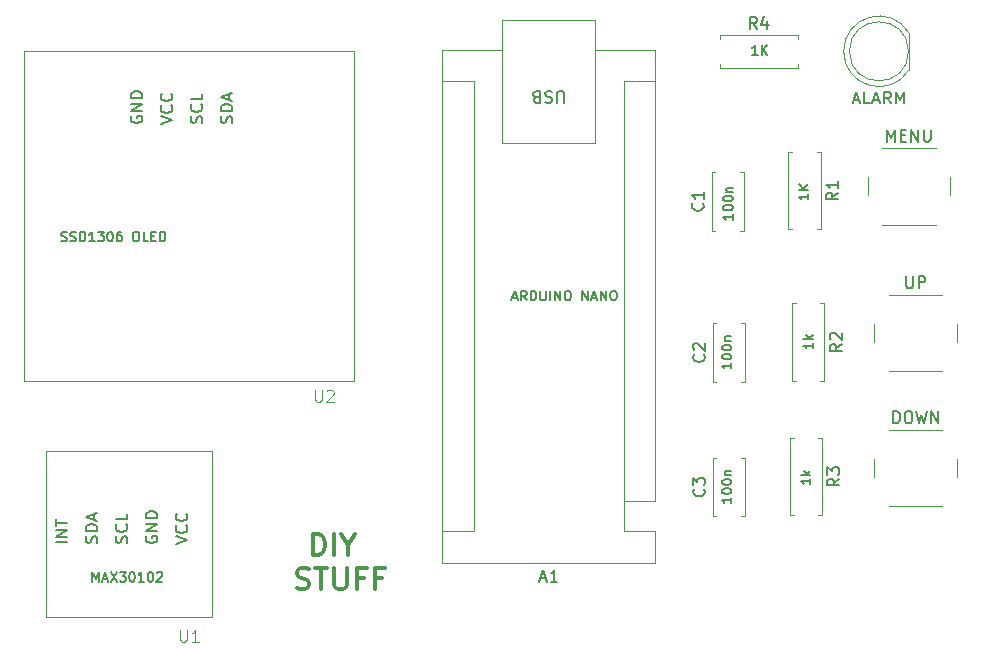
<source format=gto>
G04 #@! TF.GenerationSoftware,KiCad,Pcbnew,8.0.6*
G04 #@! TF.CreationDate,2025-01-20T10:34:49+07:00*
G04 #@! TF.ProjectId,test_1,74657374-5f31-42e6-9b69-6361645f7063,rev?*
G04 #@! TF.SameCoordinates,Original*
G04 #@! TF.FileFunction,Legend,Top*
G04 #@! TF.FilePolarity,Positive*
%FSLAX46Y46*%
G04 Gerber Fmt 4.6, Leading zero omitted, Abs format (unit mm)*
G04 Created by KiCad (PCBNEW 8.0.6) date 2025-01-20 10:34:49*
%MOMM*%
%LPD*%
G01*
G04 APERTURE LIST*
%ADD10C,0.300000*%
%ADD11C,0.152400*%
%ADD12C,0.150000*%
%ADD13C,0.100000*%
%ADD14C,0.120000*%
%ADD15C,2.000000*%
%ADD16C,1.600000*%
%ADD17O,1.600000X1.600000*%
%ADD18R,1.800000X1.800000*%
%ADD19C,1.800000*%
%ADD20R,1.600000X1.600000*%
%ADD21R,1.524000X1.524000*%
%ADD22C,1.524000*%
G04 APERTURE END LIST*
D10*
X100642857Y-131566215D02*
X100642857Y-129766215D01*
X100642857Y-129766215D02*
X101071428Y-129766215D01*
X101071428Y-129766215D02*
X101328571Y-129851929D01*
X101328571Y-129851929D02*
X101500000Y-130023358D01*
X101500000Y-130023358D02*
X101585714Y-130194786D01*
X101585714Y-130194786D02*
X101671428Y-130537643D01*
X101671428Y-130537643D02*
X101671428Y-130794786D01*
X101671428Y-130794786D02*
X101585714Y-131137643D01*
X101585714Y-131137643D02*
X101500000Y-131309072D01*
X101500000Y-131309072D02*
X101328571Y-131480501D01*
X101328571Y-131480501D02*
X101071428Y-131566215D01*
X101071428Y-131566215D02*
X100642857Y-131566215D01*
X102442857Y-131566215D02*
X102442857Y-129766215D01*
X103642857Y-130709072D02*
X103642857Y-131566215D01*
X103042857Y-129766215D02*
X103642857Y-130709072D01*
X103642857Y-130709072D02*
X104242857Y-129766215D01*
X99314286Y-134378400D02*
X99571429Y-134464114D01*
X99571429Y-134464114D02*
X100000000Y-134464114D01*
X100000000Y-134464114D02*
X100171429Y-134378400D01*
X100171429Y-134378400D02*
X100257143Y-134292685D01*
X100257143Y-134292685D02*
X100342857Y-134121257D01*
X100342857Y-134121257D02*
X100342857Y-133949828D01*
X100342857Y-133949828D02*
X100257143Y-133778400D01*
X100257143Y-133778400D02*
X100171429Y-133692685D01*
X100171429Y-133692685D02*
X100000000Y-133606971D01*
X100000000Y-133606971D02*
X99657143Y-133521257D01*
X99657143Y-133521257D02*
X99485714Y-133435542D01*
X99485714Y-133435542D02*
X99400000Y-133349828D01*
X99400000Y-133349828D02*
X99314286Y-133178400D01*
X99314286Y-133178400D02*
X99314286Y-133006971D01*
X99314286Y-133006971D02*
X99400000Y-132835542D01*
X99400000Y-132835542D02*
X99485714Y-132749828D01*
X99485714Y-132749828D02*
X99657143Y-132664114D01*
X99657143Y-132664114D02*
X100085714Y-132664114D01*
X100085714Y-132664114D02*
X100342857Y-132749828D01*
X100857143Y-132664114D02*
X101885715Y-132664114D01*
X101371429Y-134464114D02*
X101371429Y-132664114D01*
X102485715Y-132664114D02*
X102485715Y-134121257D01*
X102485715Y-134121257D02*
X102571429Y-134292685D01*
X102571429Y-134292685D02*
X102657144Y-134378400D01*
X102657144Y-134378400D02*
X102828572Y-134464114D01*
X102828572Y-134464114D02*
X103171429Y-134464114D01*
X103171429Y-134464114D02*
X103342858Y-134378400D01*
X103342858Y-134378400D02*
X103428572Y-134292685D01*
X103428572Y-134292685D02*
X103514286Y-134121257D01*
X103514286Y-134121257D02*
X103514286Y-132664114D01*
X104971429Y-133521257D02*
X104371429Y-133521257D01*
X104371429Y-134464114D02*
X104371429Y-132664114D01*
X104371429Y-132664114D02*
X105228572Y-132664114D01*
X106514286Y-133521257D02*
X105914286Y-133521257D01*
X105914286Y-134464114D02*
X105914286Y-132664114D01*
X105914286Y-132664114D02*
X106771429Y-132664114D01*
D11*
X136092603Y-126680460D02*
X136092603Y-127144917D01*
X136092603Y-126912689D02*
X135279803Y-126912689D01*
X135279803Y-126912689D02*
X135395918Y-126990098D01*
X135395918Y-126990098D02*
X135473327Y-127067508D01*
X135473327Y-127067508D02*
X135512032Y-127144917D01*
X135279803Y-126177299D02*
X135279803Y-126099889D01*
X135279803Y-126099889D02*
X135318508Y-126022480D01*
X135318508Y-126022480D02*
X135357213Y-125983775D01*
X135357213Y-125983775D02*
X135434622Y-125945070D01*
X135434622Y-125945070D02*
X135589441Y-125906365D01*
X135589441Y-125906365D02*
X135782965Y-125906365D01*
X135782965Y-125906365D02*
X135937784Y-125945070D01*
X135937784Y-125945070D02*
X136015194Y-125983775D01*
X136015194Y-125983775D02*
X136053899Y-126022480D01*
X136053899Y-126022480D02*
X136092603Y-126099889D01*
X136092603Y-126099889D02*
X136092603Y-126177299D01*
X136092603Y-126177299D02*
X136053899Y-126254708D01*
X136053899Y-126254708D02*
X136015194Y-126293413D01*
X136015194Y-126293413D02*
X135937784Y-126332118D01*
X135937784Y-126332118D02*
X135782965Y-126370822D01*
X135782965Y-126370822D02*
X135589441Y-126370822D01*
X135589441Y-126370822D02*
X135434622Y-126332118D01*
X135434622Y-126332118D02*
X135357213Y-126293413D01*
X135357213Y-126293413D02*
X135318508Y-126254708D01*
X135318508Y-126254708D02*
X135279803Y-126177299D01*
X135279803Y-125403204D02*
X135279803Y-125325794D01*
X135279803Y-125325794D02*
X135318508Y-125248385D01*
X135318508Y-125248385D02*
X135357213Y-125209680D01*
X135357213Y-125209680D02*
X135434622Y-125170975D01*
X135434622Y-125170975D02*
X135589441Y-125132270D01*
X135589441Y-125132270D02*
X135782965Y-125132270D01*
X135782965Y-125132270D02*
X135937784Y-125170975D01*
X135937784Y-125170975D02*
X136015194Y-125209680D01*
X136015194Y-125209680D02*
X136053899Y-125248385D01*
X136053899Y-125248385D02*
X136092603Y-125325794D01*
X136092603Y-125325794D02*
X136092603Y-125403204D01*
X136092603Y-125403204D02*
X136053899Y-125480613D01*
X136053899Y-125480613D02*
X136015194Y-125519318D01*
X136015194Y-125519318D02*
X135937784Y-125558023D01*
X135937784Y-125558023D02*
X135782965Y-125596727D01*
X135782965Y-125596727D02*
X135589441Y-125596727D01*
X135589441Y-125596727D02*
X135434622Y-125558023D01*
X135434622Y-125558023D02*
X135357213Y-125519318D01*
X135357213Y-125519318D02*
X135318508Y-125480613D01*
X135318508Y-125480613D02*
X135279803Y-125403204D01*
X135550737Y-124783928D02*
X136092603Y-124783928D01*
X135628146Y-124783928D02*
X135589441Y-124745223D01*
X135589441Y-124745223D02*
X135550737Y-124667813D01*
X135550737Y-124667813D02*
X135550737Y-124551699D01*
X135550737Y-124551699D02*
X135589441Y-124474290D01*
X135589441Y-124474290D02*
X135666851Y-124435585D01*
X135666851Y-124435585D02*
X136092603Y-124435585D01*
X142792603Y-125080460D02*
X142792603Y-125544917D01*
X142792603Y-125312689D02*
X141979803Y-125312689D01*
X141979803Y-125312689D02*
X142095918Y-125390098D01*
X142095918Y-125390098D02*
X142173327Y-125467508D01*
X142173327Y-125467508D02*
X142212032Y-125544917D01*
X142792603Y-124732118D02*
X141979803Y-124732118D01*
X142482965Y-124654708D02*
X142792603Y-124422480D01*
X142250737Y-124422480D02*
X142560375Y-124732118D01*
X136092603Y-115280460D02*
X136092603Y-115744917D01*
X136092603Y-115512689D02*
X135279803Y-115512689D01*
X135279803Y-115512689D02*
X135395918Y-115590098D01*
X135395918Y-115590098D02*
X135473327Y-115667508D01*
X135473327Y-115667508D02*
X135512032Y-115744917D01*
X135279803Y-114777299D02*
X135279803Y-114699889D01*
X135279803Y-114699889D02*
X135318508Y-114622480D01*
X135318508Y-114622480D02*
X135357213Y-114583775D01*
X135357213Y-114583775D02*
X135434622Y-114545070D01*
X135434622Y-114545070D02*
X135589441Y-114506365D01*
X135589441Y-114506365D02*
X135782965Y-114506365D01*
X135782965Y-114506365D02*
X135937784Y-114545070D01*
X135937784Y-114545070D02*
X136015194Y-114583775D01*
X136015194Y-114583775D02*
X136053899Y-114622480D01*
X136053899Y-114622480D02*
X136092603Y-114699889D01*
X136092603Y-114699889D02*
X136092603Y-114777299D01*
X136092603Y-114777299D02*
X136053899Y-114854708D01*
X136053899Y-114854708D02*
X136015194Y-114893413D01*
X136015194Y-114893413D02*
X135937784Y-114932118D01*
X135937784Y-114932118D02*
X135782965Y-114970822D01*
X135782965Y-114970822D02*
X135589441Y-114970822D01*
X135589441Y-114970822D02*
X135434622Y-114932118D01*
X135434622Y-114932118D02*
X135357213Y-114893413D01*
X135357213Y-114893413D02*
X135318508Y-114854708D01*
X135318508Y-114854708D02*
X135279803Y-114777299D01*
X135279803Y-114003204D02*
X135279803Y-113925794D01*
X135279803Y-113925794D02*
X135318508Y-113848385D01*
X135318508Y-113848385D02*
X135357213Y-113809680D01*
X135357213Y-113809680D02*
X135434622Y-113770975D01*
X135434622Y-113770975D02*
X135589441Y-113732270D01*
X135589441Y-113732270D02*
X135782965Y-113732270D01*
X135782965Y-113732270D02*
X135937784Y-113770975D01*
X135937784Y-113770975D02*
X136015194Y-113809680D01*
X136015194Y-113809680D02*
X136053899Y-113848385D01*
X136053899Y-113848385D02*
X136092603Y-113925794D01*
X136092603Y-113925794D02*
X136092603Y-114003204D01*
X136092603Y-114003204D02*
X136053899Y-114080613D01*
X136053899Y-114080613D02*
X136015194Y-114119318D01*
X136015194Y-114119318D02*
X135937784Y-114158023D01*
X135937784Y-114158023D02*
X135782965Y-114196727D01*
X135782965Y-114196727D02*
X135589441Y-114196727D01*
X135589441Y-114196727D02*
X135434622Y-114158023D01*
X135434622Y-114158023D02*
X135357213Y-114119318D01*
X135357213Y-114119318D02*
X135318508Y-114080613D01*
X135318508Y-114080613D02*
X135279803Y-114003204D01*
X135550737Y-113383928D02*
X136092603Y-113383928D01*
X135628146Y-113383928D02*
X135589441Y-113345223D01*
X135589441Y-113345223D02*
X135550737Y-113267813D01*
X135550737Y-113267813D02*
X135550737Y-113151699D01*
X135550737Y-113151699D02*
X135589441Y-113074290D01*
X135589441Y-113074290D02*
X135666851Y-113035585D01*
X135666851Y-113035585D02*
X136092603Y-113035585D01*
X142992603Y-113580460D02*
X142992603Y-114044917D01*
X142992603Y-113812689D02*
X142179803Y-113812689D01*
X142179803Y-113812689D02*
X142295918Y-113890098D01*
X142295918Y-113890098D02*
X142373327Y-113967508D01*
X142373327Y-113967508D02*
X142412032Y-114044917D01*
X142992603Y-113232118D02*
X142179803Y-113232118D01*
X142682965Y-113154708D02*
X142992603Y-112922480D01*
X142450737Y-112922480D02*
X142760375Y-113232118D01*
X142592603Y-100980460D02*
X142592603Y-101444917D01*
X142592603Y-101212689D02*
X141779803Y-101212689D01*
X141779803Y-101212689D02*
X141895918Y-101290098D01*
X141895918Y-101290098D02*
X141973327Y-101367508D01*
X141973327Y-101367508D02*
X142012032Y-101444917D01*
X142592603Y-100632118D02*
X141779803Y-100632118D01*
X142592603Y-100167661D02*
X142128146Y-100516003D01*
X141779803Y-100167661D02*
X142244260Y-100632118D01*
X136192603Y-102680460D02*
X136192603Y-103144917D01*
X136192603Y-102912689D02*
X135379803Y-102912689D01*
X135379803Y-102912689D02*
X135495918Y-102990098D01*
X135495918Y-102990098D02*
X135573327Y-103067508D01*
X135573327Y-103067508D02*
X135612032Y-103144917D01*
X135379803Y-102177299D02*
X135379803Y-102099889D01*
X135379803Y-102099889D02*
X135418508Y-102022480D01*
X135418508Y-102022480D02*
X135457213Y-101983775D01*
X135457213Y-101983775D02*
X135534622Y-101945070D01*
X135534622Y-101945070D02*
X135689441Y-101906365D01*
X135689441Y-101906365D02*
X135882965Y-101906365D01*
X135882965Y-101906365D02*
X136037784Y-101945070D01*
X136037784Y-101945070D02*
X136115194Y-101983775D01*
X136115194Y-101983775D02*
X136153899Y-102022480D01*
X136153899Y-102022480D02*
X136192603Y-102099889D01*
X136192603Y-102099889D02*
X136192603Y-102177299D01*
X136192603Y-102177299D02*
X136153899Y-102254708D01*
X136153899Y-102254708D02*
X136115194Y-102293413D01*
X136115194Y-102293413D02*
X136037784Y-102332118D01*
X136037784Y-102332118D02*
X135882965Y-102370822D01*
X135882965Y-102370822D02*
X135689441Y-102370822D01*
X135689441Y-102370822D02*
X135534622Y-102332118D01*
X135534622Y-102332118D02*
X135457213Y-102293413D01*
X135457213Y-102293413D02*
X135418508Y-102254708D01*
X135418508Y-102254708D02*
X135379803Y-102177299D01*
X135379803Y-101403204D02*
X135379803Y-101325794D01*
X135379803Y-101325794D02*
X135418508Y-101248385D01*
X135418508Y-101248385D02*
X135457213Y-101209680D01*
X135457213Y-101209680D02*
X135534622Y-101170975D01*
X135534622Y-101170975D02*
X135689441Y-101132270D01*
X135689441Y-101132270D02*
X135882965Y-101132270D01*
X135882965Y-101132270D02*
X136037784Y-101170975D01*
X136037784Y-101170975D02*
X136115194Y-101209680D01*
X136115194Y-101209680D02*
X136153899Y-101248385D01*
X136153899Y-101248385D02*
X136192603Y-101325794D01*
X136192603Y-101325794D02*
X136192603Y-101403204D01*
X136192603Y-101403204D02*
X136153899Y-101480613D01*
X136153899Y-101480613D02*
X136115194Y-101519318D01*
X136115194Y-101519318D02*
X136037784Y-101558023D01*
X136037784Y-101558023D02*
X135882965Y-101596727D01*
X135882965Y-101596727D02*
X135689441Y-101596727D01*
X135689441Y-101596727D02*
X135534622Y-101558023D01*
X135534622Y-101558023D02*
X135457213Y-101519318D01*
X135457213Y-101519318D02*
X135418508Y-101480613D01*
X135418508Y-101480613D02*
X135379803Y-101403204D01*
X135650737Y-100783928D02*
X136192603Y-100783928D01*
X135728146Y-100783928D02*
X135689441Y-100745223D01*
X135689441Y-100745223D02*
X135650737Y-100667813D01*
X135650737Y-100667813D02*
X135650737Y-100551699D01*
X135650737Y-100551699D02*
X135689441Y-100474290D01*
X135689441Y-100474290D02*
X135766851Y-100435585D01*
X135766851Y-100435585D02*
X136192603Y-100435585D01*
X138319539Y-89192603D02*
X137855082Y-89192603D01*
X138087310Y-89192603D02*
X138087310Y-88379803D01*
X138087310Y-88379803D02*
X138009901Y-88495918D01*
X138009901Y-88495918D02*
X137932491Y-88573327D01*
X137932491Y-88573327D02*
X137855082Y-88612032D01*
X138667881Y-89192603D02*
X138667881Y-88379803D01*
X139132338Y-89192603D02*
X138783996Y-88728146D01*
X139132338Y-88379803D02*
X138667881Y-88844260D01*
X81993786Y-133792603D02*
X81993786Y-132979803D01*
X81993786Y-132979803D02*
X82264720Y-133560375D01*
X82264720Y-133560375D02*
X82535653Y-132979803D01*
X82535653Y-132979803D02*
X82535653Y-133792603D01*
X82883996Y-133560375D02*
X83271043Y-133560375D01*
X82806586Y-133792603D02*
X83077519Y-132979803D01*
X83077519Y-132979803D02*
X83348453Y-133792603D01*
X83541977Y-132979803D02*
X84083843Y-133792603D01*
X84083843Y-132979803D02*
X83541977Y-133792603D01*
X84316072Y-132979803D02*
X84819234Y-132979803D01*
X84819234Y-132979803D02*
X84548300Y-133289441D01*
X84548300Y-133289441D02*
X84664415Y-133289441D01*
X84664415Y-133289441D02*
X84741824Y-133328146D01*
X84741824Y-133328146D02*
X84780529Y-133366851D01*
X84780529Y-133366851D02*
X84819234Y-133444260D01*
X84819234Y-133444260D02*
X84819234Y-133637784D01*
X84819234Y-133637784D02*
X84780529Y-133715194D01*
X84780529Y-133715194D02*
X84741824Y-133753899D01*
X84741824Y-133753899D02*
X84664415Y-133792603D01*
X84664415Y-133792603D02*
X84432186Y-133792603D01*
X84432186Y-133792603D02*
X84354777Y-133753899D01*
X84354777Y-133753899D02*
X84316072Y-133715194D01*
X85322395Y-132979803D02*
X85399805Y-132979803D01*
X85399805Y-132979803D02*
X85477214Y-133018508D01*
X85477214Y-133018508D02*
X85515919Y-133057213D01*
X85515919Y-133057213D02*
X85554624Y-133134622D01*
X85554624Y-133134622D02*
X85593329Y-133289441D01*
X85593329Y-133289441D02*
X85593329Y-133482965D01*
X85593329Y-133482965D02*
X85554624Y-133637784D01*
X85554624Y-133637784D02*
X85515919Y-133715194D01*
X85515919Y-133715194D02*
X85477214Y-133753899D01*
X85477214Y-133753899D02*
X85399805Y-133792603D01*
X85399805Y-133792603D02*
X85322395Y-133792603D01*
X85322395Y-133792603D02*
X85244986Y-133753899D01*
X85244986Y-133753899D02*
X85206281Y-133715194D01*
X85206281Y-133715194D02*
X85167576Y-133637784D01*
X85167576Y-133637784D02*
X85128872Y-133482965D01*
X85128872Y-133482965D02*
X85128872Y-133289441D01*
X85128872Y-133289441D02*
X85167576Y-133134622D01*
X85167576Y-133134622D02*
X85206281Y-133057213D01*
X85206281Y-133057213D02*
X85244986Y-133018508D01*
X85244986Y-133018508D02*
X85322395Y-132979803D01*
X86367424Y-133792603D02*
X85902967Y-133792603D01*
X86135195Y-133792603D02*
X86135195Y-132979803D01*
X86135195Y-132979803D02*
X86057786Y-133095918D01*
X86057786Y-133095918D02*
X85980376Y-133173327D01*
X85980376Y-133173327D02*
X85902967Y-133212032D01*
X86870585Y-132979803D02*
X86947995Y-132979803D01*
X86947995Y-132979803D02*
X87025404Y-133018508D01*
X87025404Y-133018508D02*
X87064109Y-133057213D01*
X87064109Y-133057213D02*
X87102814Y-133134622D01*
X87102814Y-133134622D02*
X87141519Y-133289441D01*
X87141519Y-133289441D02*
X87141519Y-133482965D01*
X87141519Y-133482965D02*
X87102814Y-133637784D01*
X87102814Y-133637784D02*
X87064109Y-133715194D01*
X87064109Y-133715194D02*
X87025404Y-133753899D01*
X87025404Y-133753899D02*
X86947995Y-133792603D01*
X86947995Y-133792603D02*
X86870585Y-133792603D01*
X86870585Y-133792603D02*
X86793176Y-133753899D01*
X86793176Y-133753899D02*
X86754471Y-133715194D01*
X86754471Y-133715194D02*
X86715766Y-133637784D01*
X86715766Y-133637784D02*
X86677062Y-133482965D01*
X86677062Y-133482965D02*
X86677062Y-133289441D01*
X86677062Y-133289441D02*
X86715766Y-133134622D01*
X86715766Y-133134622D02*
X86754471Y-133057213D01*
X86754471Y-133057213D02*
X86793176Y-133018508D01*
X86793176Y-133018508D02*
X86870585Y-132979803D01*
X87451157Y-133057213D02*
X87489861Y-133018508D01*
X87489861Y-133018508D02*
X87567271Y-132979803D01*
X87567271Y-132979803D02*
X87760795Y-132979803D01*
X87760795Y-132979803D02*
X87838204Y-133018508D01*
X87838204Y-133018508D02*
X87876909Y-133057213D01*
X87876909Y-133057213D02*
X87915614Y-133134622D01*
X87915614Y-133134622D02*
X87915614Y-133212032D01*
X87915614Y-133212032D02*
X87876909Y-133328146D01*
X87876909Y-133328146D02*
X87412452Y-133792603D01*
X87412452Y-133792603D02*
X87915614Y-133792603D01*
X79355082Y-104953899D02*
X79471196Y-104992603D01*
X79471196Y-104992603D02*
X79664720Y-104992603D01*
X79664720Y-104992603D02*
X79742129Y-104953899D01*
X79742129Y-104953899D02*
X79780834Y-104915194D01*
X79780834Y-104915194D02*
X79819539Y-104837784D01*
X79819539Y-104837784D02*
X79819539Y-104760375D01*
X79819539Y-104760375D02*
X79780834Y-104682965D01*
X79780834Y-104682965D02*
X79742129Y-104644260D01*
X79742129Y-104644260D02*
X79664720Y-104605556D01*
X79664720Y-104605556D02*
X79509901Y-104566851D01*
X79509901Y-104566851D02*
X79432491Y-104528146D01*
X79432491Y-104528146D02*
X79393786Y-104489441D01*
X79393786Y-104489441D02*
X79355082Y-104412032D01*
X79355082Y-104412032D02*
X79355082Y-104334622D01*
X79355082Y-104334622D02*
X79393786Y-104257213D01*
X79393786Y-104257213D02*
X79432491Y-104218508D01*
X79432491Y-104218508D02*
X79509901Y-104179803D01*
X79509901Y-104179803D02*
X79703424Y-104179803D01*
X79703424Y-104179803D02*
X79819539Y-104218508D01*
X80129177Y-104953899D02*
X80245291Y-104992603D01*
X80245291Y-104992603D02*
X80438815Y-104992603D01*
X80438815Y-104992603D02*
X80516224Y-104953899D01*
X80516224Y-104953899D02*
X80554929Y-104915194D01*
X80554929Y-104915194D02*
X80593634Y-104837784D01*
X80593634Y-104837784D02*
X80593634Y-104760375D01*
X80593634Y-104760375D02*
X80554929Y-104682965D01*
X80554929Y-104682965D02*
X80516224Y-104644260D01*
X80516224Y-104644260D02*
X80438815Y-104605556D01*
X80438815Y-104605556D02*
X80283996Y-104566851D01*
X80283996Y-104566851D02*
X80206586Y-104528146D01*
X80206586Y-104528146D02*
X80167881Y-104489441D01*
X80167881Y-104489441D02*
X80129177Y-104412032D01*
X80129177Y-104412032D02*
X80129177Y-104334622D01*
X80129177Y-104334622D02*
X80167881Y-104257213D01*
X80167881Y-104257213D02*
X80206586Y-104218508D01*
X80206586Y-104218508D02*
X80283996Y-104179803D01*
X80283996Y-104179803D02*
X80477519Y-104179803D01*
X80477519Y-104179803D02*
X80593634Y-104218508D01*
X80941976Y-104992603D02*
X80941976Y-104179803D01*
X80941976Y-104179803D02*
X81135500Y-104179803D01*
X81135500Y-104179803D02*
X81251614Y-104218508D01*
X81251614Y-104218508D02*
X81329024Y-104295918D01*
X81329024Y-104295918D02*
X81367729Y-104373327D01*
X81367729Y-104373327D02*
X81406433Y-104528146D01*
X81406433Y-104528146D02*
X81406433Y-104644260D01*
X81406433Y-104644260D02*
X81367729Y-104799079D01*
X81367729Y-104799079D02*
X81329024Y-104876489D01*
X81329024Y-104876489D02*
X81251614Y-104953899D01*
X81251614Y-104953899D02*
X81135500Y-104992603D01*
X81135500Y-104992603D02*
X80941976Y-104992603D01*
X82180529Y-104992603D02*
X81716072Y-104992603D01*
X81948300Y-104992603D02*
X81948300Y-104179803D01*
X81948300Y-104179803D02*
X81870891Y-104295918D01*
X81870891Y-104295918D02*
X81793481Y-104373327D01*
X81793481Y-104373327D02*
X81716072Y-104412032D01*
X82451462Y-104179803D02*
X82954624Y-104179803D01*
X82954624Y-104179803D02*
X82683690Y-104489441D01*
X82683690Y-104489441D02*
X82799805Y-104489441D01*
X82799805Y-104489441D02*
X82877214Y-104528146D01*
X82877214Y-104528146D02*
X82915919Y-104566851D01*
X82915919Y-104566851D02*
X82954624Y-104644260D01*
X82954624Y-104644260D02*
X82954624Y-104837784D01*
X82954624Y-104837784D02*
X82915919Y-104915194D01*
X82915919Y-104915194D02*
X82877214Y-104953899D01*
X82877214Y-104953899D02*
X82799805Y-104992603D01*
X82799805Y-104992603D02*
X82567576Y-104992603D01*
X82567576Y-104992603D02*
X82490167Y-104953899D01*
X82490167Y-104953899D02*
X82451462Y-104915194D01*
X83457785Y-104179803D02*
X83535195Y-104179803D01*
X83535195Y-104179803D02*
X83612604Y-104218508D01*
X83612604Y-104218508D02*
X83651309Y-104257213D01*
X83651309Y-104257213D02*
X83690014Y-104334622D01*
X83690014Y-104334622D02*
X83728719Y-104489441D01*
X83728719Y-104489441D02*
X83728719Y-104682965D01*
X83728719Y-104682965D02*
X83690014Y-104837784D01*
X83690014Y-104837784D02*
X83651309Y-104915194D01*
X83651309Y-104915194D02*
X83612604Y-104953899D01*
X83612604Y-104953899D02*
X83535195Y-104992603D01*
X83535195Y-104992603D02*
X83457785Y-104992603D01*
X83457785Y-104992603D02*
X83380376Y-104953899D01*
X83380376Y-104953899D02*
X83341671Y-104915194D01*
X83341671Y-104915194D02*
X83302966Y-104837784D01*
X83302966Y-104837784D02*
X83264262Y-104682965D01*
X83264262Y-104682965D02*
X83264262Y-104489441D01*
X83264262Y-104489441D02*
X83302966Y-104334622D01*
X83302966Y-104334622D02*
X83341671Y-104257213D01*
X83341671Y-104257213D02*
X83380376Y-104218508D01*
X83380376Y-104218508D02*
X83457785Y-104179803D01*
X84425404Y-104179803D02*
X84270585Y-104179803D01*
X84270585Y-104179803D02*
X84193176Y-104218508D01*
X84193176Y-104218508D02*
X84154471Y-104257213D01*
X84154471Y-104257213D02*
X84077061Y-104373327D01*
X84077061Y-104373327D02*
X84038357Y-104528146D01*
X84038357Y-104528146D02*
X84038357Y-104837784D01*
X84038357Y-104837784D02*
X84077061Y-104915194D01*
X84077061Y-104915194D02*
X84115766Y-104953899D01*
X84115766Y-104953899D02*
X84193176Y-104992603D01*
X84193176Y-104992603D02*
X84347995Y-104992603D01*
X84347995Y-104992603D02*
X84425404Y-104953899D01*
X84425404Y-104953899D02*
X84464109Y-104915194D01*
X84464109Y-104915194D02*
X84502814Y-104837784D01*
X84502814Y-104837784D02*
X84502814Y-104644260D01*
X84502814Y-104644260D02*
X84464109Y-104566851D01*
X84464109Y-104566851D02*
X84425404Y-104528146D01*
X84425404Y-104528146D02*
X84347995Y-104489441D01*
X84347995Y-104489441D02*
X84193176Y-104489441D01*
X84193176Y-104489441D02*
X84115766Y-104528146D01*
X84115766Y-104528146D02*
X84077061Y-104566851D01*
X84077061Y-104566851D02*
X84038357Y-104644260D01*
X85625251Y-104179803D02*
X85780070Y-104179803D01*
X85780070Y-104179803D02*
X85857480Y-104218508D01*
X85857480Y-104218508D02*
X85934889Y-104295918D01*
X85934889Y-104295918D02*
X85973594Y-104450737D01*
X85973594Y-104450737D02*
X85973594Y-104721670D01*
X85973594Y-104721670D02*
X85934889Y-104876489D01*
X85934889Y-104876489D02*
X85857480Y-104953899D01*
X85857480Y-104953899D02*
X85780070Y-104992603D01*
X85780070Y-104992603D02*
X85625251Y-104992603D01*
X85625251Y-104992603D02*
X85547842Y-104953899D01*
X85547842Y-104953899D02*
X85470432Y-104876489D01*
X85470432Y-104876489D02*
X85431728Y-104721670D01*
X85431728Y-104721670D02*
X85431728Y-104450737D01*
X85431728Y-104450737D02*
X85470432Y-104295918D01*
X85470432Y-104295918D02*
X85547842Y-104218508D01*
X85547842Y-104218508D02*
X85625251Y-104179803D01*
X86708985Y-104992603D02*
X86321937Y-104992603D01*
X86321937Y-104992603D02*
X86321937Y-104179803D01*
X86979918Y-104566851D02*
X87250852Y-104566851D01*
X87366966Y-104992603D02*
X86979918Y-104992603D01*
X86979918Y-104992603D02*
X86979918Y-104179803D01*
X86979918Y-104179803D02*
X87366966Y-104179803D01*
X87715308Y-104992603D02*
X87715308Y-104179803D01*
X87715308Y-104179803D02*
X87908832Y-104179803D01*
X87908832Y-104179803D02*
X88024946Y-104218508D01*
X88024946Y-104218508D02*
X88102356Y-104295918D01*
X88102356Y-104295918D02*
X88141061Y-104373327D01*
X88141061Y-104373327D02*
X88179765Y-104528146D01*
X88179765Y-104528146D02*
X88179765Y-104644260D01*
X88179765Y-104644260D02*
X88141061Y-104799079D01*
X88141061Y-104799079D02*
X88102356Y-104876489D01*
X88102356Y-104876489D02*
X88024946Y-104953899D01*
X88024946Y-104953899D02*
X87908832Y-104992603D01*
X87908832Y-104992603D02*
X87715308Y-104992603D01*
X117555082Y-109760375D02*
X117942129Y-109760375D01*
X117477672Y-109992603D02*
X117748605Y-109179803D01*
X117748605Y-109179803D02*
X118019539Y-109992603D01*
X118754929Y-109992603D02*
X118483996Y-109605556D01*
X118290472Y-109992603D02*
X118290472Y-109179803D01*
X118290472Y-109179803D02*
X118600110Y-109179803D01*
X118600110Y-109179803D02*
X118677520Y-109218508D01*
X118677520Y-109218508D02*
X118716225Y-109257213D01*
X118716225Y-109257213D02*
X118754929Y-109334622D01*
X118754929Y-109334622D02*
X118754929Y-109450737D01*
X118754929Y-109450737D02*
X118716225Y-109528146D01*
X118716225Y-109528146D02*
X118677520Y-109566851D01*
X118677520Y-109566851D02*
X118600110Y-109605556D01*
X118600110Y-109605556D02*
X118290472Y-109605556D01*
X119103272Y-109992603D02*
X119103272Y-109179803D01*
X119103272Y-109179803D02*
X119296796Y-109179803D01*
X119296796Y-109179803D02*
X119412910Y-109218508D01*
X119412910Y-109218508D02*
X119490320Y-109295918D01*
X119490320Y-109295918D02*
X119529025Y-109373327D01*
X119529025Y-109373327D02*
X119567729Y-109528146D01*
X119567729Y-109528146D02*
X119567729Y-109644260D01*
X119567729Y-109644260D02*
X119529025Y-109799079D01*
X119529025Y-109799079D02*
X119490320Y-109876489D01*
X119490320Y-109876489D02*
X119412910Y-109953899D01*
X119412910Y-109953899D02*
X119296796Y-109992603D01*
X119296796Y-109992603D02*
X119103272Y-109992603D01*
X119916072Y-109179803D02*
X119916072Y-109837784D01*
X119916072Y-109837784D02*
X119954777Y-109915194D01*
X119954777Y-109915194D02*
X119993482Y-109953899D01*
X119993482Y-109953899D02*
X120070891Y-109992603D01*
X120070891Y-109992603D02*
X120225710Y-109992603D01*
X120225710Y-109992603D02*
X120303120Y-109953899D01*
X120303120Y-109953899D02*
X120341825Y-109915194D01*
X120341825Y-109915194D02*
X120380529Y-109837784D01*
X120380529Y-109837784D02*
X120380529Y-109179803D01*
X120767577Y-109992603D02*
X120767577Y-109179803D01*
X121154625Y-109992603D02*
X121154625Y-109179803D01*
X121154625Y-109179803D02*
X121619082Y-109992603D01*
X121619082Y-109992603D02*
X121619082Y-109179803D01*
X122160949Y-109179803D02*
X122315768Y-109179803D01*
X122315768Y-109179803D02*
X122393178Y-109218508D01*
X122393178Y-109218508D02*
X122470587Y-109295918D01*
X122470587Y-109295918D02*
X122509292Y-109450737D01*
X122509292Y-109450737D02*
X122509292Y-109721670D01*
X122509292Y-109721670D02*
X122470587Y-109876489D01*
X122470587Y-109876489D02*
X122393178Y-109953899D01*
X122393178Y-109953899D02*
X122315768Y-109992603D01*
X122315768Y-109992603D02*
X122160949Y-109992603D01*
X122160949Y-109992603D02*
X122083540Y-109953899D01*
X122083540Y-109953899D02*
X122006130Y-109876489D01*
X122006130Y-109876489D02*
X121967426Y-109721670D01*
X121967426Y-109721670D02*
X121967426Y-109450737D01*
X121967426Y-109450737D02*
X122006130Y-109295918D01*
X122006130Y-109295918D02*
X122083540Y-109218508D01*
X122083540Y-109218508D02*
X122160949Y-109179803D01*
X123476911Y-109992603D02*
X123476911Y-109179803D01*
X123476911Y-109179803D02*
X123941368Y-109992603D01*
X123941368Y-109992603D02*
X123941368Y-109179803D01*
X124289712Y-109760375D02*
X124676759Y-109760375D01*
X124212302Y-109992603D02*
X124483235Y-109179803D01*
X124483235Y-109179803D02*
X124754169Y-109992603D01*
X125025102Y-109992603D02*
X125025102Y-109179803D01*
X125025102Y-109179803D02*
X125489559Y-109992603D01*
X125489559Y-109992603D02*
X125489559Y-109179803D01*
X126031426Y-109179803D02*
X126186245Y-109179803D01*
X126186245Y-109179803D02*
X126263655Y-109218508D01*
X126263655Y-109218508D02*
X126341064Y-109295918D01*
X126341064Y-109295918D02*
X126379769Y-109450737D01*
X126379769Y-109450737D02*
X126379769Y-109721670D01*
X126379769Y-109721670D02*
X126341064Y-109876489D01*
X126341064Y-109876489D02*
X126263655Y-109953899D01*
X126263655Y-109953899D02*
X126186245Y-109992603D01*
X126186245Y-109992603D02*
X126031426Y-109992603D01*
X126031426Y-109992603D02*
X125954017Y-109953899D01*
X125954017Y-109953899D02*
X125876607Y-109876489D01*
X125876607Y-109876489D02*
X125837903Y-109721670D01*
X125837903Y-109721670D02*
X125837903Y-109450737D01*
X125837903Y-109450737D02*
X125876607Y-109295918D01*
X125876607Y-109295918D02*
X125954017Y-109218508D01*
X125954017Y-109218508D02*
X126031426Y-109179803D01*
D12*
X150904286Y-107944819D02*
X150904286Y-108754342D01*
X150904286Y-108754342D02*
X150951905Y-108849580D01*
X150951905Y-108849580D02*
X150999524Y-108897200D01*
X150999524Y-108897200D02*
X151094762Y-108944819D01*
X151094762Y-108944819D02*
X151285238Y-108944819D01*
X151285238Y-108944819D02*
X151380476Y-108897200D01*
X151380476Y-108897200D02*
X151428095Y-108849580D01*
X151428095Y-108849580D02*
X151475714Y-108754342D01*
X151475714Y-108754342D02*
X151475714Y-107944819D01*
X151951905Y-108944819D02*
X151951905Y-107944819D01*
X151951905Y-107944819D02*
X152332857Y-107944819D01*
X152332857Y-107944819D02*
X152428095Y-107992438D01*
X152428095Y-107992438D02*
X152475714Y-108040057D01*
X152475714Y-108040057D02*
X152523333Y-108135295D01*
X152523333Y-108135295D02*
X152523333Y-108278152D01*
X152523333Y-108278152D02*
X152475714Y-108373390D01*
X152475714Y-108373390D02*
X152428095Y-108421009D01*
X152428095Y-108421009D02*
X152332857Y-108468628D01*
X152332857Y-108468628D02*
X151951905Y-108468628D01*
X149296667Y-96534819D02*
X149296667Y-95534819D01*
X149296667Y-95534819D02*
X149630000Y-96249104D01*
X149630000Y-96249104D02*
X149963333Y-95534819D01*
X149963333Y-95534819D02*
X149963333Y-96534819D01*
X150439524Y-96011009D02*
X150772857Y-96011009D01*
X150915714Y-96534819D02*
X150439524Y-96534819D01*
X150439524Y-96534819D02*
X150439524Y-95534819D01*
X150439524Y-95534819D02*
X150915714Y-95534819D01*
X151344286Y-96534819D02*
X151344286Y-95534819D01*
X151344286Y-95534819D02*
X151915714Y-96534819D01*
X151915714Y-96534819D02*
X151915714Y-95534819D01*
X152391905Y-95534819D02*
X152391905Y-96344342D01*
X152391905Y-96344342D02*
X152439524Y-96439580D01*
X152439524Y-96439580D02*
X152487143Y-96487200D01*
X152487143Y-96487200D02*
X152582381Y-96534819D01*
X152582381Y-96534819D02*
X152772857Y-96534819D01*
X152772857Y-96534819D02*
X152868095Y-96487200D01*
X152868095Y-96487200D02*
X152915714Y-96439580D01*
X152915714Y-96439580D02*
X152963333Y-96344342D01*
X152963333Y-96344342D02*
X152963333Y-95534819D01*
X138263333Y-86984819D02*
X137930000Y-86508628D01*
X137691905Y-86984819D02*
X137691905Y-85984819D01*
X137691905Y-85984819D02*
X138072857Y-85984819D01*
X138072857Y-85984819D02*
X138168095Y-86032438D01*
X138168095Y-86032438D02*
X138215714Y-86080057D01*
X138215714Y-86080057D02*
X138263333Y-86175295D01*
X138263333Y-86175295D02*
X138263333Y-86318152D01*
X138263333Y-86318152D02*
X138215714Y-86413390D01*
X138215714Y-86413390D02*
X138168095Y-86461009D01*
X138168095Y-86461009D02*
X138072857Y-86508628D01*
X138072857Y-86508628D02*
X137691905Y-86508628D01*
X139120476Y-86318152D02*
X139120476Y-86984819D01*
X138882381Y-85937200D02*
X138644286Y-86651485D01*
X138644286Y-86651485D02*
X139263333Y-86651485D01*
X145424819Y-113676666D02*
X144948628Y-114009999D01*
X145424819Y-114248094D02*
X144424819Y-114248094D01*
X144424819Y-114248094D02*
X144424819Y-113867142D01*
X144424819Y-113867142D02*
X144472438Y-113771904D01*
X144472438Y-113771904D02*
X144520057Y-113724285D01*
X144520057Y-113724285D02*
X144615295Y-113676666D01*
X144615295Y-113676666D02*
X144758152Y-113676666D01*
X144758152Y-113676666D02*
X144853390Y-113724285D01*
X144853390Y-113724285D02*
X144901009Y-113771904D01*
X144901009Y-113771904D02*
X144948628Y-113867142D01*
X144948628Y-113867142D02*
X144948628Y-114248094D01*
X144520057Y-113295713D02*
X144472438Y-113248094D01*
X144472438Y-113248094D02*
X144424819Y-113152856D01*
X144424819Y-113152856D02*
X144424819Y-112914761D01*
X144424819Y-112914761D02*
X144472438Y-112819523D01*
X144472438Y-112819523D02*
X144520057Y-112771904D01*
X144520057Y-112771904D02*
X144615295Y-112724285D01*
X144615295Y-112724285D02*
X144710533Y-112724285D01*
X144710533Y-112724285D02*
X144853390Y-112771904D01*
X144853390Y-112771904D02*
X145424819Y-113343332D01*
X145424819Y-113343332D02*
X145424819Y-112724285D01*
X146447143Y-93029104D02*
X146923333Y-93029104D01*
X146351905Y-93314819D02*
X146685238Y-92314819D01*
X146685238Y-92314819D02*
X147018571Y-93314819D01*
X147828095Y-93314819D02*
X147351905Y-93314819D01*
X147351905Y-93314819D02*
X147351905Y-92314819D01*
X148113810Y-93029104D02*
X148590000Y-93029104D01*
X148018572Y-93314819D02*
X148351905Y-92314819D01*
X148351905Y-92314819D02*
X148685238Y-93314819D01*
X149590000Y-93314819D02*
X149256667Y-92838628D01*
X149018572Y-93314819D02*
X149018572Y-92314819D01*
X149018572Y-92314819D02*
X149399524Y-92314819D01*
X149399524Y-92314819D02*
X149494762Y-92362438D01*
X149494762Y-92362438D02*
X149542381Y-92410057D01*
X149542381Y-92410057D02*
X149590000Y-92505295D01*
X149590000Y-92505295D02*
X149590000Y-92648152D01*
X149590000Y-92648152D02*
X149542381Y-92743390D01*
X149542381Y-92743390D02*
X149494762Y-92791009D01*
X149494762Y-92791009D02*
X149399524Y-92838628D01*
X149399524Y-92838628D02*
X149018572Y-92838628D01*
X150018572Y-93314819D02*
X150018572Y-92314819D01*
X150018572Y-92314819D02*
X150351905Y-93029104D01*
X150351905Y-93029104D02*
X150685238Y-92314819D01*
X150685238Y-92314819D02*
X150685238Y-93314819D01*
X145224819Y-125076666D02*
X144748628Y-125409999D01*
X145224819Y-125648094D02*
X144224819Y-125648094D01*
X144224819Y-125648094D02*
X144224819Y-125267142D01*
X144224819Y-125267142D02*
X144272438Y-125171904D01*
X144272438Y-125171904D02*
X144320057Y-125124285D01*
X144320057Y-125124285D02*
X144415295Y-125076666D01*
X144415295Y-125076666D02*
X144558152Y-125076666D01*
X144558152Y-125076666D02*
X144653390Y-125124285D01*
X144653390Y-125124285D02*
X144701009Y-125171904D01*
X144701009Y-125171904D02*
X144748628Y-125267142D01*
X144748628Y-125267142D02*
X144748628Y-125648094D01*
X144224819Y-124743332D02*
X144224819Y-124124285D01*
X144224819Y-124124285D02*
X144605771Y-124457618D01*
X144605771Y-124457618D02*
X144605771Y-124314761D01*
X144605771Y-124314761D02*
X144653390Y-124219523D01*
X144653390Y-124219523D02*
X144701009Y-124171904D01*
X144701009Y-124171904D02*
X144796247Y-124124285D01*
X144796247Y-124124285D02*
X145034342Y-124124285D01*
X145034342Y-124124285D02*
X145129580Y-124171904D01*
X145129580Y-124171904D02*
X145177200Y-124219523D01*
X145177200Y-124219523D02*
X145224819Y-124314761D01*
X145224819Y-124314761D02*
X145224819Y-124600475D01*
X145224819Y-124600475D02*
X145177200Y-124695713D01*
X145177200Y-124695713D02*
X145129580Y-124743332D01*
X133749580Y-125966666D02*
X133797200Y-126014285D01*
X133797200Y-126014285D02*
X133844819Y-126157142D01*
X133844819Y-126157142D02*
X133844819Y-126252380D01*
X133844819Y-126252380D02*
X133797200Y-126395237D01*
X133797200Y-126395237D02*
X133701961Y-126490475D01*
X133701961Y-126490475D02*
X133606723Y-126538094D01*
X133606723Y-126538094D02*
X133416247Y-126585713D01*
X133416247Y-126585713D02*
X133273390Y-126585713D01*
X133273390Y-126585713D02*
X133082914Y-126538094D01*
X133082914Y-126538094D02*
X132987676Y-126490475D01*
X132987676Y-126490475D02*
X132892438Y-126395237D01*
X132892438Y-126395237D02*
X132844819Y-126252380D01*
X132844819Y-126252380D02*
X132844819Y-126157142D01*
X132844819Y-126157142D02*
X132892438Y-126014285D01*
X132892438Y-126014285D02*
X132940057Y-125966666D01*
X132844819Y-125633332D02*
X132844819Y-125014285D01*
X132844819Y-125014285D02*
X133225771Y-125347618D01*
X133225771Y-125347618D02*
X133225771Y-125204761D01*
X133225771Y-125204761D02*
X133273390Y-125109523D01*
X133273390Y-125109523D02*
X133321009Y-125061904D01*
X133321009Y-125061904D02*
X133416247Y-125014285D01*
X133416247Y-125014285D02*
X133654342Y-125014285D01*
X133654342Y-125014285D02*
X133749580Y-125061904D01*
X133749580Y-125061904D02*
X133797200Y-125109523D01*
X133797200Y-125109523D02*
X133844819Y-125204761D01*
X133844819Y-125204761D02*
X133844819Y-125490475D01*
X133844819Y-125490475D02*
X133797200Y-125585713D01*
X133797200Y-125585713D02*
X133749580Y-125633332D01*
X119935714Y-133519104D02*
X120411904Y-133519104D01*
X119840476Y-133804819D02*
X120173809Y-132804819D01*
X120173809Y-132804819D02*
X120507142Y-133804819D01*
X121364285Y-133804819D02*
X120792857Y-133804819D01*
X121078571Y-133804819D02*
X121078571Y-132804819D01*
X121078571Y-132804819D02*
X120983333Y-132947676D01*
X120983333Y-132947676D02*
X120888095Y-133042914D01*
X120888095Y-133042914D02*
X120792857Y-133090533D01*
X121911904Y-93255180D02*
X121911904Y-92445657D01*
X121911904Y-92445657D02*
X121864285Y-92350419D01*
X121864285Y-92350419D02*
X121816666Y-92302800D01*
X121816666Y-92302800D02*
X121721428Y-92255180D01*
X121721428Y-92255180D02*
X121530952Y-92255180D01*
X121530952Y-92255180D02*
X121435714Y-92302800D01*
X121435714Y-92302800D02*
X121388095Y-92350419D01*
X121388095Y-92350419D02*
X121340476Y-92445657D01*
X121340476Y-92445657D02*
X121340476Y-93255180D01*
X120911904Y-92302800D02*
X120769047Y-92255180D01*
X120769047Y-92255180D02*
X120530952Y-92255180D01*
X120530952Y-92255180D02*
X120435714Y-92302800D01*
X120435714Y-92302800D02*
X120388095Y-92350419D01*
X120388095Y-92350419D02*
X120340476Y-92445657D01*
X120340476Y-92445657D02*
X120340476Y-92540895D01*
X120340476Y-92540895D02*
X120388095Y-92636133D01*
X120388095Y-92636133D02*
X120435714Y-92683752D01*
X120435714Y-92683752D02*
X120530952Y-92731371D01*
X120530952Y-92731371D02*
X120721428Y-92778990D01*
X120721428Y-92778990D02*
X120816666Y-92826609D01*
X120816666Y-92826609D02*
X120864285Y-92874228D01*
X120864285Y-92874228D02*
X120911904Y-92969466D01*
X120911904Y-92969466D02*
X120911904Y-93064704D01*
X120911904Y-93064704D02*
X120864285Y-93159942D01*
X120864285Y-93159942D02*
X120816666Y-93207561D01*
X120816666Y-93207561D02*
X120721428Y-93255180D01*
X120721428Y-93255180D02*
X120483333Y-93255180D01*
X120483333Y-93255180D02*
X120340476Y-93207561D01*
X119578571Y-92778990D02*
X119435714Y-92731371D01*
X119435714Y-92731371D02*
X119388095Y-92683752D01*
X119388095Y-92683752D02*
X119340476Y-92588514D01*
X119340476Y-92588514D02*
X119340476Y-92445657D01*
X119340476Y-92445657D02*
X119388095Y-92350419D01*
X119388095Y-92350419D02*
X119435714Y-92302800D01*
X119435714Y-92302800D02*
X119530952Y-92255180D01*
X119530952Y-92255180D02*
X119911904Y-92255180D01*
X119911904Y-92255180D02*
X119911904Y-93255180D01*
X119911904Y-93255180D02*
X119578571Y-93255180D01*
X119578571Y-93255180D02*
X119483333Y-93207561D01*
X119483333Y-93207561D02*
X119435714Y-93159942D01*
X119435714Y-93159942D02*
X119388095Y-93064704D01*
X119388095Y-93064704D02*
X119388095Y-92969466D01*
X119388095Y-92969466D02*
X119435714Y-92874228D01*
X119435714Y-92874228D02*
X119483333Y-92826609D01*
X119483333Y-92826609D02*
X119578571Y-92778990D01*
X119578571Y-92778990D02*
X119911904Y-92778990D01*
X133659580Y-101766666D02*
X133707200Y-101814285D01*
X133707200Y-101814285D02*
X133754819Y-101957142D01*
X133754819Y-101957142D02*
X133754819Y-102052380D01*
X133754819Y-102052380D02*
X133707200Y-102195237D01*
X133707200Y-102195237D02*
X133611961Y-102290475D01*
X133611961Y-102290475D02*
X133516723Y-102338094D01*
X133516723Y-102338094D02*
X133326247Y-102385713D01*
X133326247Y-102385713D02*
X133183390Y-102385713D01*
X133183390Y-102385713D02*
X132992914Y-102338094D01*
X132992914Y-102338094D02*
X132897676Y-102290475D01*
X132897676Y-102290475D02*
X132802438Y-102195237D01*
X132802438Y-102195237D02*
X132754819Y-102052380D01*
X132754819Y-102052380D02*
X132754819Y-101957142D01*
X132754819Y-101957142D02*
X132802438Y-101814285D01*
X132802438Y-101814285D02*
X132850057Y-101766666D01*
X133754819Y-100814285D02*
X133754819Y-101385713D01*
X133754819Y-101099999D02*
X132754819Y-101099999D01*
X132754819Y-101099999D02*
X132897676Y-101195237D01*
X132897676Y-101195237D02*
X132992914Y-101290475D01*
X132992914Y-101290475D02*
X133040533Y-101385713D01*
X133749580Y-114566666D02*
X133797200Y-114614285D01*
X133797200Y-114614285D02*
X133844819Y-114757142D01*
X133844819Y-114757142D02*
X133844819Y-114852380D01*
X133844819Y-114852380D02*
X133797200Y-114995237D01*
X133797200Y-114995237D02*
X133701961Y-115090475D01*
X133701961Y-115090475D02*
X133606723Y-115138094D01*
X133606723Y-115138094D02*
X133416247Y-115185713D01*
X133416247Y-115185713D02*
X133273390Y-115185713D01*
X133273390Y-115185713D02*
X133082914Y-115138094D01*
X133082914Y-115138094D02*
X132987676Y-115090475D01*
X132987676Y-115090475D02*
X132892438Y-114995237D01*
X132892438Y-114995237D02*
X132844819Y-114852380D01*
X132844819Y-114852380D02*
X132844819Y-114757142D01*
X132844819Y-114757142D02*
X132892438Y-114614285D01*
X132892438Y-114614285D02*
X132940057Y-114566666D01*
X132940057Y-114185713D02*
X132892438Y-114138094D01*
X132892438Y-114138094D02*
X132844819Y-114042856D01*
X132844819Y-114042856D02*
X132844819Y-113804761D01*
X132844819Y-113804761D02*
X132892438Y-113709523D01*
X132892438Y-113709523D02*
X132940057Y-113661904D01*
X132940057Y-113661904D02*
X133035295Y-113614285D01*
X133035295Y-113614285D02*
X133130533Y-113614285D01*
X133130533Y-113614285D02*
X133273390Y-113661904D01*
X133273390Y-113661904D02*
X133844819Y-114233332D01*
X133844819Y-114233332D02*
X133844819Y-113614285D01*
D13*
X89408095Y-137887419D02*
X89408095Y-138696942D01*
X89408095Y-138696942D02*
X89455714Y-138792180D01*
X89455714Y-138792180D02*
X89503333Y-138839800D01*
X89503333Y-138839800D02*
X89598571Y-138887419D01*
X89598571Y-138887419D02*
X89789047Y-138887419D01*
X89789047Y-138887419D02*
X89884285Y-138839800D01*
X89884285Y-138839800D02*
X89931904Y-138792180D01*
X89931904Y-138792180D02*
X89979523Y-138696942D01*
X89979523Y-138696942D02*
X89979523Y-137887419D01*
X90979523Y-138887419D02*
X90408095Y-138887419D01*
X90693809Y-138887419D02*
X90693809Y-137887419D01*
X90693809Y-137887419D02*
X90598571Y-138030276D01*
X90598571Y-138030276D02*
X90503333Y-138125514D01*
X90503333Y-138125514D02*
X90408095Y-138173133D01*
D12*
X84912200Y-130520839D02*
X84959819Y-130377982D01*
X84959819Y-130377982D02*
X84959819Y-130139887D01*
X84959819Y-130139887D02*
X84912200Y-130044649D01*
X84912200Y-130044649D02*
X84864580Y-129997030D01*
X84864580Y-129997030D02*
X84769342Y-129949411D01*
X84769342Y-129949411D02*
X84674104Y-129949411D01*
X84674104Y-129949411D02*
X84578866Y-129997030D01*
X84578866Y-129997030D02*
X84531247Y-130044649D01*
X84531247Y-130044649D02*
X84483628Y-130139887D01*
X84483628Y-130139887D02*
X84436009Y-130330363D01*
X84436009Y-130330363D02*
X84388390Y-130425601D01*
X84388390Y-130425601D02*
X84340771Y-130473220D01*
X84340771Y-130473220D02*
X84245533Y-130520839D01*
X84245533Y-130520839D02*
X84150295Y-130520839D01*
X84150295Y-130520839D02*
X84055057Y-130473220D01*
X84055057Y-130473220D02*
X84007438Y-130425601D01*
X84007438Y-130425601D02*
X83959819Y-130330363D01*
X83959819Y-130330363D02*
X83959819Y-130092268D01*
X83959819Y-130092268D02*
X84007438Y-129949411D01*
X84864580Y-128949411D02*
X84912200Y-128997030D01*
X84912200Y-128997030D02*
X84959819Y-129139887D01*
X84959819Y-129139887D02*
X84959819Y-129235125D01*
X84959819Y-129235125D02*
X84912200Y-129377982D01*
X84912200Y-129377982D02*
X84816961Y-129473220D01*
X84816961Y-129473220D02*
X84721723Y-129520839D01*
X84721723Y-129520839D02*
X84531247Y-129568458D01*
X84531247Y-129568458D02*
X84388390Y-129568458D01*
X84388390Y-129568458D02*
X84197914Y-129520839D01*
X84197914Y-129520839D02*
X84102676Y-129473220D01*
X84102676Y-129473220D02*
X84007438Y-129377982D01*
X84007438Y-129377982D02*
X83959819Y-129235125D01*
X83959819Y-129235125D02*
X83959819Y-129139887D01*
X83959819Y-129139887D02*
X84007438Y-128997030D01*
X84007438Y-128997030D02*
X84055057Y-128949411D01*
X84959819Y-128044649D02*
X84959819Y-128520839D01*
X84959819Y-128520839D02*
X83959819Y-128520839D01*
X79879819Y-130473220D02*
X78879819Y-130473220D01*
X79879819Y-129997030D02*
X78879819Y-129997030D01*
X78879819Y-129997030D02*
X79879819Y-129425602D01*
X79879819Y-129425602D02*
X78879819Y-129425602D01*
X78879819Y-129092268D02*
X78879819Y-128520840D01*
X79879819Y-128806554D02*
X78879819Y-128806554D01*
X86547438Y-129949411D02*
X86499819Y-130044649D01*
X86499819Y-130044649D02*
X86499819Y-130187506D01*
X86499819Y-130187506D02*
X86547438Y-130330363D01*
X86547438Y-130330363D02*
X86642676Y-130425601D01*
X86642676Y-130425601D02*
X86737914Y-130473220D01*
X86737914Y-130473220D02*
X86928390Y-130520839D01*
X86928390Y-130520839D02*
X87071247Y-130520839D01*
X87071247Y-130520839D02*
X87261723Y-130473220D01*
X87261723Y-130473220D02*
X87356961Y-130425601D01*
X87356961Y-130425601D02*
X87452200Y-130330363D01*
X87452200Y-130330363D02*
X87499819Y-130187506D01*
X87499819Y-130187506D02*
X87499819Y-130092268D01*
X87499819Y-130092268D02*
X87452200Y-129949411D01*
X87452200Y-129949411D02*
X87404580Y-129901792D01*
X87404580Y-129901792D02*
X87071247Y-129901792D01*
X87071247Y-129901792D02*
X87071247Y-130092268D01*
X87499819Y-129473220D02*
X86499819Y-129473220D01*
X86499819Y-129473220D02*
X87499819Y-128901792D01*
X87499819Y-128901792D02*
X86499819Y-128901792D01*
X87499819Y-128425601D02*
X86499819Y-128425601D01*
X86499819Y-128425601D02*
X86499819Y-128187506D01*
X86499819Y-128187506D02*
X86547438Y-128044649D01*
X86547438Y-128044649D02*
X86642676Y-127949411D01*
X86642676Y-127949411D02*
X86737914Y-127901792D01*
X86737914Y-127901792D02*
X86928390Y-127854173D01*
X86928390Y-127854173D02*
X87071247Y-127854173D01*
X87071247Y-127854173D02*
X87261723Y-127901792D01*
X87261723Y-127901792D02*
X87356961Y-127949411D01*
X87356961Y-127949411D02*
X87452200Y-128044649D01*
X87452200Y-128044649D02*
X87499819Y-128187506D01*
X87499819Y-128187506D02*
X87499819Y-128425601D01*
X82372200Y-130520839D02*
X82419819Y-130377982D01*
X82419819Y-130377982D02*
X82419819Y-130139887D01*
X82419819Y-130139887D02*
X82372200Y-130044649D01*
X82372200Y-130044649D02*
X82324580Y-129997030D01*
X82324580Y-129997030D02*
X82229342Y-129949411D01*
X82229342Y-129949411D02*
X82134104Y-129949411D01*
X82134104Y-129949411D02*
X82038866Y-129997030D01*
X82038866Y-129997030D02*
X81991247Y-130044649D01*
X81991247Y-130044649D02*
X81943628Y-130139887D01*
X81943628Y-130139887D02*
X81896009Y-130330363D01*
X81896009Y-130330363D02*
X81848390Y-130425601D01*
X81848390Y-130425601D02*
X81800771Y-130473220D01*
X81800771Y-130473220D02*
X81705533Y-130520839D01*
X81705533Y-130520839D02*
X81610295Y-130520839D01*
X81610295Y-130520839D02*
X81515057Y-130473220D01*
X81515057Y-130473220D02*
X81467438Y-130425601D01*
X81467438Y-130425601D02*
X81419819Y-130330363D01*
X81419819Y-130330363D02*
X81419819Y-130092268D01*
X81419819Y-130092268D02*
X81467438Y-129949411D01*
X82419819Y-129520839D02*
X81419819Y-129520839D01*
X81419819Y-129520839D02*
X81419819Y-129282744D01*
X81419819Y-129282744D02*
X81467438Y-129139887D01*
X81467438Y-129139887D02*
X81562676Y-129044649D01*
X81562676Y-129044649D02*
X81657914Y-128997030D01*
X81657914Y-128997030D02*
X81848390Y-128949411D01*
X81848390Y-128949411D02*
X81991247Y-128949411D01*
X81991247Y-128949411D02*
X82181723Y-128997030D01*
X82181723Y-128997030D02*
X82276961Y-129044649D01*
X82276961Y-129044649D02*
X82372200Y-129139887D01*
X82372200Y-129139887D02*
X82419819Y-129282744D01*
X82419819Y-129282744D02*
X82419819Y-129520839D01*
X82134104Y-128568458D02*
X82134104Y-128092268D01*
X82419819Y-128663696D02*
X81419819Y-128330363D01*
X81419819Y-128330363D02*
X82419819Y-127997030D01*
X89039819Y-130616077D02*
X90039819Y-130282744D01*
X90039819Y-130282744D02*
X89039819Y-129949411D01*
X89944580Y-129044649D02*
X89992200Y-129092268D01*
X89992200Y-129092268D02*
X90039819Y-129235125D01*
X90039819Y-129235125D02*
X90039819Y-129330363D01*
X90039819Y-129330363D02*
X89992200Y-129473220D01*
X89992200Y-129473220D02*
X89896961Y-129568458D01*
X89896961Y-129568458D02*
X89801723Y-129616077D01*
X89801723Y-129616077D02*
X89611247Y-129663696D01*
X89611247Y-129663696D02*
X89468390Y-129663696D01*
X89468390Y-129663696D02*
X89277914Y-129616077D01*
X89277914Y-129616077D02*
X89182676Y-129568458D01*
X89182676Y-129568458D02*
X89087438Y-129473220D01*
X89087438Y-129473220D02*
X89039819Y-129330363D01*
X89039819Y-129330363D02*
X89039819Y-129235125D01*
X89039819Y-129235125D02*
X89087438Y-129092268D01*
X89087438Y-129092268D02*
X89135057Y-129044649D01*
X89944580Y-128044649D02*
X89992200Y-128092268D01*
X89992200Y-128092268D02*
X90039819Y-128235125D01*
X90039819Y-128235125D02*
X90039819Y-128330363D01*
X90039819Y-128330363D02*
X89992200Y-128473220D01*
X89992200Y-128473220D02*
X89896961Y-128568458D01*
X89896961Y-128568458D02*
X89801723Y-128616077D01*
X89801723Y-128616077D02*
X89611247Y-128663696D01*
X89611247Y-128663696D02*
X89468390Y-128663696D01*
X89468390Y-128663696D02*
X89277914Y-128616077D01*
X89277914Y-128616077D02*
X89182676Y-128568458D01*
X89182676Y-128568458D02*
X89087438Y-128473220D01*
X89087438Y-128473220D02*
X89039819Y-128330363D01*
X89039819Y-128330363D02*
X89039819Y-128235125D01*
X89039819Y-128235125D02*
X89087438Y-128092268D01*
X89087438Y-128092268D02*
X89135057Y-128044649D01*
X149809048Y-120374819D02*
X149809048Y-119374819D01*
X149809048Y-119374819D02*
X150047143Y-119374819D01*
X150047143Y-119374819D02*
X150190000Y-119422438D01*
X150190000Y-119422438D02*
X150285238Y-119517676D01*
X150285238Y-119517676D02*
X150332857Y-119612914D01*
X150332857Y-119612914D02*
X150380476Y-119803390D01*
X150380476Y-119803390D02*
X150380476Y-119946247D01*
X150380476Y-119946247D02*
X150332857Y-120136723D01*
X150332857Y-120136723D02*
X150285238Y-120231961D01*
X150285238Y-120231961D02*
X150190000Y-120327200D01*
X150190000Y-120327200D02*
X150047143Y-120374819D01*
X150047143Y-120374819D02*
X149809048Y-120374819D01*
X150999524Y-119374819D02*
X151190000Y-119374819D01*
X151190000Y-119374819D02*
X151285238Y-119422438D01*
X151285238Y-119422438D02*
X151380476Y-119517676D01*
X151380476Y-119517676D02*
X151428095Y-119708152D01*
X151428095Y-119708152D02*
X151428095Y-120041485D01*
X151428095Y-120041485D02*
X151380476Y-120231961D01*
X151380476Y-120231961D02*
X151285238Y-120327200D01*
X151285238Y-120327200D02*
X151190000Y-120374819D01*
X151190000Y-120374819D02*
X150999524Y-120374819D01*
X150999524Y-120374819D02*
X150904286Y-120327200D01*
X150904286Y-120327200D02*
X150809048Y-120231961D01*
X150809048Y-120231961D02*
X150761429Y-120041485D01*
X150761429Y-120041485D02*
X150761429Y-119708152D01*
X150761429Y-119708152D02*
X150809048Y-119517676D01*
X150809048Y-119517676D02*
X150904286Y-119422438D01*
X150904286Y-119422438D02*
X150999524Y-119374819D01*
X151761429Y-119374819D02*
X151999524Y-120374819D01*
X151999524Y-120374819D02*
X152190000Y-119660533D01*
X152190000Y-119660533D02*
X152380476Y-120374819D01*
X152380476Y-120374819D02*
X152618572Y-119374819D01*
X152999524Y-120374819D02*
X152999524Y-119374819D01*
X152999524Y-119374819D02*
X153570952Y-120374819D01*
X153570952Y-120374819D02*
X153570952Y-119374819D01*
D13*
X100838095Y-117567419D02*
X100838095Y-118376942D01*
X100838095Y-118376942D02*
X100885714Y-118472180D01*
X100885714Y-118472180D02*
X100933333Y-118519800D01*
X100933333Y-118519800D02*
X101028571Y-118567419D01*
X101028571Y-118567419D02*
X101219047Y-118567419D01*
X101219047Y-118567419D02*
X101314285Y-118519800D01*
X101314285Y-118519800D02*
X101361904Y-118472180D01*
X101361904Y-118472180D02*
X101409523Y-118376942D01*
X101409523Y-118376942D02*
X101409523Y-117567419D01*
X101838095Y-117662657D02*
X101885714Y-117615038D01*
X101885714Y-117615038D02*
X101980952Y-117567419D01*
X101980952Y-117567419D02*
X102219047Y-117567419D01*
X102219047Y-117567419D02*
X102314285Y-117615038D01*
X102314285Y-117615038D02*
X102361904Y-117662657D01*
X102361904Y-117662657D02*
X102409523Y-117757895D01*
X102409523Y-117757895D02*
X102409523Y-117853133D01*
X102409523Y-117853133D02*
X102361904Y-117995990D01*
X102361904Y-117995990D02*
X101790476Y-118567419D01*
X101790476Y-118567419D02*
X102409523Y-118567419D01*
D12*
X85277438Y-94389411D02*
X85229819Y-94484649D01*
X85229819Y-94484649D02*
X85229819Y-94627506D01*
X85229819Y-94627506D02*
X85277438Y-94770363D01*
X85277438Y-94770363D02*
X85372676Y-94865601D01*
X85372676Y-94865601D02*
X85467914Y-94913220D01*
X85467914Y-94913220D02*
X85658390Y-94960839D01*
X85658390Y-94960839D02*
X85801247Y-94960839D01*
X85801247Y-94960839D02*
X85991723Y-94913220D01*
X85991723Y-94913220D02*
X86086961Y-94865601D01*
X86086961Y-94865601D02*
X86182200Y-94770363D01*
X86182200Y-94770363D02*
X86229819Y-94627506D01*
X86229819Y-94627506D02*
X86229819Y-94532268D01*
X86229819Y-94532268D02*
X86182200Y-94389411D01*
X86182200Y-94389411D02*
X86134580Y-94341792D01*
X86134580Y-94341792D02*
X85801247Y-94341792D01*
X85801247Y-94341792D02*
X85801247Y-94532268D01*
X86229819Y-93913220D02*
X85229819Y-93913220D01*
X85229819Y-93913220D02*
X86229819Y-93341792D01*
X86229819Y-93341792D02*
X85229819Y-93341792D01*
X86229819Y-92865601D02*
X85229819Y-92865601D01*
X85229819Y-92865601D02*
X85229819Y-92627506D01*
X85229819Y-92627506D02*
X85277438Y-92484649D01*
X85277438Y-92484649D02*
X85372676Y-92389411D01*
X85372676Y-92389411D02*
X85467914Y-92341792D01*
X85467914Y-92341792D02*
X85658390Y-92294173D01*
X85658390Y-92294173D02*
X85801247Y-92294173D01*
X85801247Y-92294173D02*
X85991723Y-92341792D01*
X85991723Y-92341792D02*
X86086961Y-92389411D01*
X86086961Y-92389411D02*
X86182200Y-92484649D01*
X86182200Y-92484649D02*
X86229819Y-92627506D01*
X86229819Y-92627506D02*
X86229819Y-92865601D01*
X91262200Y-94960839D02*
X91309819Y-94817982D01*
X91309819Y-94817982D02*
X91309819Y-94579887D01*
X91309819Y-94579887D02*
X91262200Y-94484649D01*
X91262200Y-94484649D02*
X91214580Y-94437030D01*
X91214580Y-94437030D02*
X91119342Y-94389411D01*
X91119342Y-94389411D02*
X91024104Y-94389411D01*
X91024104Y-94389411D02*
X90928866Y-94437030D01*
X90928866Y-94437030D02*
X90881247Y-94484649D01*
X90881247Y-94484649D02*
X90833628Y-94579887D01*
X90833628Y-94579887D02*
X90786009Y-94770363D01*
X90786009Y-94770363D02*
X90738390Y-94865601D01*
X90738390Y-94865601D02*
X90690771Y-94913220D01*
X90690771Y-94913220D02*
X90595533Y-94960839D01*
X90595533Y-94960839D02*
X90500295Y-94960839D01*
X90500295Y-94960839D02*
X90405057Y-94913220D01*
X90405057Y-94913220D02*
X90357438Y-94865601D01*
X90357438Y-94865601D02*
X90309819Y-94770363D01*
X90309819Y-94770363D02*
X90309819Y-94532268D01*
X90309819Y-94532268D02*
X90357438Y-94389411D01*
X91214580Y-93389411D02*
X91262200Y-93437030D01*
X91262200Y-93437030D02*
X91309819Y-93579887D01*
X91309819Y-93579887D02*
X91309819Y-93675125D01*
X91309819Y-93675125D02*
X91262200Y-93817982D01*
X91262200Y-93817982D02*
X91166961Y-93913220D01*
X91166961Y-93913220D02*
X91071723Y-93960839D01*
X91071723Y-93960839D02*
X90881247Y-94008458D01*
X90881247Y-94008458D02*
X90738390Y-94008458D01*
X90738390Y-94008458D02*
X90547914Y-93960839D01*
X90547914Y-93960839D02*
X90452676Y-93913220D01*
X90452676Y-93913220D02*
X90357438Y-93817982D01*
X90357438Y-93817982D02*
X90309819Y-93675125D01*
X90309819Y-93675125D02*
X90309819Y-93579887D01*
X90309819Y-93579887D02*
X90357438Y-93437030D01*
X90357438Y-93437030D02*
X90405057Y-93389411D01*
X91309819Y-92484649D02*
X91309819Y-92960839D01*
X91309819Y-92960839D02*
X90309819Y-92960839D01*
X93802200Y-94960839D02*
X93849819Y-94817982D01*
X93849819Y-94817982D02*
X93849819Y-94579887D01*
X93849819Y-94579887D02*
X93802200Y-94484649D01*
X93802200Y-94484649D02*
X93754580Y-94437030D01*
X93754580Y-94437030D02*
X93659342Y-94389411D01*
X93659342Y-94389411D02*
X93564104Y-94389411D01*
X93564104Y-94389411D02*
X93468866Y-94437030D01*
X93468866Y-94437030D02*
X93421247Y-94484649D01*
X93421247Y-94484649D02*
X93373628Y-94579887D01*
X93373628Y-94579887D02*
X93326009Y-94770363D01*
X93326009Y-94770363D02*
X93278390Y-94865601D01*
X93278390Y-94865601D02*
X93230771Y-94913220D01*
X93230771Y-94913220D02*
X93135533Y-94960839D01*
X93135533Y-94960839D02*
X93040295Y-94960839D01*
X93040295Y-94960839D02*
X92945057Y-94913220D01*
X92945057Y-94913220D02*
X92897438Y-94865601D01*
X92897438Y-94865601D02*
X92849819Y-94770363D01*
X92849819Y-94770363D02*
X92849819Y-94532268D01*
X92849819Y-94532268D02*
X92897438Y-94389411D01*
X93849819Y-93960839D02*
X92849819Y-93960839D01*
X92849819Y-93960839D02*
X92849819Y-93722744D01*
X92849819Y-93722744D02*
X92897438Y-93579887D01*
X92897438Y-93579887D02*
X92992676Y-93484649D01*
X92992676Y-93484649D02*
X93087914Y-93437030D01*
X93087914Y-93437030D02*
X93278390Y-93389411D01*
X93278390Y-93389411D02*
X93421247Y-93389411D01*
X93421247Y-93389411D02*
X93611723Y-93437030D01*
X93611723Y-93437030D02*
X93706961Y-93484649D01*
X93706961Y-93484649D02*
X93802200Y-93579887D01*
X93802200Y-93579887D02*
X93849819Y-93722744D01*
X93849819Y-93722744D02*
X93849819Y-93960839D01*
X93564104Y-93008458D02*
X93564104Y-92532268D01*
X93849819Y-93103696D02*
X92849819Y-92770363D01*
X92849819Y-92770363D02*
X93849819Y-92437030D01*
X87769819Y-95056077D02*
X88769819Y-94722744D01*
X88769819Y-94722744D02*
X87769819Y-94389411D01*
X88674580Y-93484649D02*
X88722200Y-93532268D01*
X88722200Y-93532268D02*
X88769819Y-93675125D01*
X88769819Y-93675125D02*
X88769819Y-93770363D01*
X88769819Y-93770363D02*
X88722200Y-93913220D01*
X88722200Y-93913220D02*
X88626961Y-94008458D01*
X88626961Y-94008458D02*
X88531723Y-94056077D01*
X88531723Y-94056077D02*
X88341247Y-94103696D01*
X88341247Y-94103696D02*
X88198390Y-94103696D01*
X88198390Y-94103696D02*
X88007914Y-94056077D01*
X88007914Y-94056077D02*
X87912676Y-94008458D01*
X87912676Y-94008458D02*
X87817438Y-93913220D01*
X87817438Y-93913220D02*
X87769819Y-93770363D01*
X87769819Y-93770363D02*
X87769819Y-93675125D01*
X87769819Y-93675125D02*
X87817438Y-93532268D01*
X87817438Y-93532268D02*
X87865057Y-93484649D01*
X88674580Y-92484649D02*
X88722200Y-92532268D01*
X88722200Y-92532268D02*
X88769819Y-92675125D01*
X88769819Y-92675125D02*
X88769819Y-92770363D01*
X88769819Y-92770363D02*
X88722200Y-92913220D01*
X88722200Y-92913220D02*
X88626961Y-93008458D01*
X88626961Y-93008458D02*
X88531723Y-93056077D01*
X88531723Y-93056077D02*
X88341247Y-93103696D01*
X88341247Y-93103696D02*
X88198390Y-93103696D01*
X88198390Y-93103696D02*
X88007914Y-93056077D01*
X88007914Y-93056077D02*
X87912676Y-93008458D01*
X87912676Y-93008458D02*
X87817438Y-92913220D01*
X87817438Y-92913220D02*
X87769819Y-92770363D01*
X87769819Y-92770363D02*
X87769819Y-92675125D01*
X87769819Y-92675125D02*
X87817438Y-92532268D01*
X87817438Y-92532268D02*
X87865057Y-92484649D01*
X145124819Y-100866666D02*
X144648628Y-101199999D01*
X145124819Y-101438094D02*
X144124819Y-101438094D01*
X144124819Y-101438094D02*
X144124819Y-101057142D01*
X144124819Y-101057142D02*
X144172438Y-100961904D01*
X144172438Y-100961904D02*
X144220057Y-100914285D01*
X144220057Y-100914285D02*
X144315295Y-100866666D01*
X144315295Y-100866666D02*
X144458152Y-100866666D01*
X144458152Y-100866666D02*
X144553390Y-100914285D01*
X144553390Y-100914285D02*
X144601009Y-100961904D01*
X144601009Y-100961904D02*
X144648628Y-101057142D01*
X144648628Y-101057142D02*
X144648628Y-101438094D01*
X145124819Y-99914285D02*
X145124819Y-100485713D01*
X145124819Y-100199999D02*
X144124819Y-100199999D01*
X144124819Y-100199999D02*
X144267676Y-100295237D01*
X144267676Y-100295237D02*
X144362914Y-100390475D01*
X144362914Y-100390475D02*
X144410533Y-100485713D01*
D14*
X148190000Y-111990000D02*
X148190000Y-113490000D01*
X149440000Y-115990000D02*
X153940000Y-115990000D01*
X153940000Y-109490000D02*
X149440000Y-109490000D01*
X155190000Y-113490000D02*
X155190000Y-111990000D01*
X147630000Y-99580000D02*
X147630000Y-101080000D01*
X148880000Y-103580000D02*
X153380000Y-103580000D01*
X153380000Y-97080000D02*
X148880000Y-97080000D01*
X154630000Y-101080000D02*
X154630000Y-99580000D01*
X135160000Y-87530000D02*
X141700000Y-87530000D01*
X135160000Y-87860000D02*
X135160000Y-87530000D01*
X135160000Y-89940000D02*
X135160000Y-90270000D01*
X135160000Y-90270000D02*
X141700000Y-90270000D01*
X141700000Y-87530000D02*
X141700000Y-87860000D01*
X141700000Y-90270000D02*
X141700000Y-89940000D01*
X141230000Y-110240000D02*
X141230000Y-116780000D01*
X141230000Y-116780000D02*
X141560000Y-116780000D01*
X141560000Y-110240000D02*
X141230000Y-110240000D01*
X143640000Y-110240000D02*
X143970000Y-110240000D01*
X143970000Y-110240000D02*
X143970000Y-116780000D01*
X143970000Y-116780000D02*
X143640000Y-116780000D01*
X151150000Y-90445000D02*
X151150000Y-87355000D01*
X145600000Y-88900462D02*
G75*
G02*
X151150000Y-87355170I2990000J462D01*
G01*
X151150000Y-90444830D02*
G75*
G02*
X145600000Y-88899538I-2560000J1544830D01*
G01*
X151090000Y-88900000D02*
G75*
G02*
X146090000Y-88900000I-2500000J0D01*
G01*
X146090000Y-88900000D02*
G75*
G02*
X151090000Y-88900000I2500000J0D01*
G01*
X141030000Y-121640000D02*
X141030000Y-128180000D01*
X141030000Y-128180000D02*
X141360000Y-128180000D01*
X141360000Y-121640000D02*
X141030000Y-121640000D01*
X143440000Y-121640000D02*
X143770000Y-121640000D01*
X143770000Y-121640000D02*
X143770000Y-128180000D01*
X143770000Y-128180000D02*
X143440000Y-128180000D01*
X134520000Y-123330000D02*
X134835000Y-123330000D01*
X134520000Y-128270000D02*
X134520000Y-123330000D01*
X134520000Y-128270000D02*
X134835000Y-128270000D01*
X136945000Y-123330000D02*
X137260000Y-123330000D01*
X136945000Y-128270000D02*
X137260000Y-128270000D01*
X137260000Y-128270000D02*
X137260000Y-123330000D01*
X111630000Y-88770000D02*
X111630000Y-132210000D01*
X111630000Y-88770000D02*
X116710000Y-88770000D01*
X111630000Y-132210000D02*
X129670000Y-132210000D01*
X114300000Y-91440000D02*
X111630000Y-91440000D01*
X114300000Y-129540000D02*
X111630000Y-129540000D01*
X114300000Y-129540000D02*
X114300000Y-91440000D01*
X116710000Y-86230000D02*
X124590000Y-86230000D01*
X116710000Y-96650000D02*
X116710000Y-86230000D01*
X124590000Y-86230000D02*
X124590000Y-96650000D01*
X124590000Y-96650000D02*
X116710000Y-96650000D01*
X127000000Y-91440000D02*
X129670000Y-91440000D01*
X127000000Y-127000000D02*
X127000000Y-91440000D01*
X127000000Y-127000000D02*
X127000000Y-129540000D01*
X127000000Y-127000000D02*
X129670000Y-127000000D01*
X127000000Y-129540000D02*
X129670000Y-129540000D01*
X129670000Y-88770000D02*
X124590000Y-88770000D01*
X129670000Y-127000000D02*
X129670000Y-88770000D01*
X129670000Y-132210000D02*
X129670000Y-129540000D01*
X134430000Y-99130000D02*
X134745000Y-99130000D01*
X134430000Y-104070000D02*
X134430000Y-99130000D01*
X134430000Y-104070000D02*
X134745000Y-104070000D01*
X136855000Y-99130000D02*
X137170000Y-99130000D01*
X136855000Y-104070000D02*
X137170000Y-104070000D01*
X137170000Y-104070000D02*
X137170000Y-99130000D01*
X134520000Y-111930000D02*
X134835000Y-111930000D01*
X134520000Y-116870000D02*
X134520000Y-111930000D01*
X134520000Y-116870000D02*
X134835000Y-116870000D01*
X136945000Y-111930000D02*
X137260000Y-111930000D01*
X136945000Y-116870000D02*
X137260000Y-116870000D01*
X137260000Y-116870000D02*
X137260000Y-111930000D01*
D13*
X78090000Y-122770000D02*
X92090000Y-122770000D01*
X78090000Y-136770000D02*
X78090000Y-122770000D01*
X92090000Y-122770000D02*
X92090000Y-136770000D01*
X92090000Y-136770000D02*
X78090000Y-136770000D01*
D14*
X148190000Y-123420000D02*
X148190000Y-124920000D01*
X149440000Y-127420000D02*
X153940000Y-127420000D01*
X153940000Y-120920000D02*
X149440000Y-120920000D01*
X155190000Y-124920000D02*
X155190000Y-123420000D01*
D13*
X76200000Y-88900000D02*
X104140000Y-88900000D01*
X76200000Y-116840000D02*
X76200000Y-88900000D01*
X104140000Y-88900000D02*
X104140000Y-116840000D01*
X104140000Y-116840000D02*
X76200000Y-116840000D01*
D14*
X140930000Y-97430000D02*
X140930000Y-103970000D01*
X140930000Y-103970000D02*
X141260000Y-103970000D01*
X141260000Y-97430000D02*
X140930000Y-97430000D01*
X143340000Y-97430000D02*
X143670000Y-97430000D01*
X143670000Y-97430000D02*
X143670000Y-103970000D01*
X143670000Y-103970000D02*
X143340000Y-103970000D01*
%LPC*%
D15*
X148440000Y-110490000D03*
X154940000Y-110490000D03*
X148440000Y-114990000D03*
X154940000Y-114990000D03*
X147880000Y-98080000D03*
X154380000Y-98080000D03*
X147880000Y-102580000D03*
X154380000Y-102580000D03*
D16*
X134620000Y-88900000D03*
D17*
X142240000Y-88900000D03*
D16*
X142600000Y-109700000D03*
D17*
X142600000Y-117320000D03*
D18*
X149860000Y-88900000D03*
D19*
X147320000Y-88900000D03*
D16*
X142400000Y-121100000D03*
D17*
X142400000Y-128720000D03*
D16*
X135890000Y-128300000D03*
X135890000Y-123300000D03*
D20*
X128270000Y-128270000D03*
D17*
X128270000Y-125730000D03*
X128270000Y-123190000D03*
X128270000Y-120650000D03*
X128270000Y-118110000D03*
X128270000Y-115570000D03*
X128270000Y-113030000D03*
X128270000Y-110490000D03*
X128270000Y-107950000D03*
X128270000Y-105410000D03*
X128270000Y-102870000D03*
X128270000Y-100330000D03*
X128270000Y-97790000D03*
X128270000Y-95250000D03*
X128270000Y-92710000D03*
X113030000Y-92710000D03*
X113030000Y-95250000D03*
X113030000Y-97790000D03*
X113030000Y-100330000D03*
X113030000Y-102870000D03*
X113030000Y-105410000D03*
X113030000Y-107950000D03*
X113030000Y-110490000D03*
X113030000Y-113030000D03*
X113030000Y-115570000D03*
X113030000Y-118110000D03*
X113030000Y-120650000D03*
X113030000Y-123190000D03*
X113030000Y-125730000D03*
X113030000Y-128270000D03*
D16*
X135800000Y-104100000D03*
X135800000Y-99100000D03*
X135890000Y-116900000D03*
X135890000Y-111900000D03*
D21*
X80010000Y-125730000D03*
D22*
X82550000Y-125730000D03*
X85090000Y-125730000D03*
X87630000Y-125730000D03*
X90170000Y-125730000D03*
D15*
X148440000Y-121920000D03*
X154940000Y-121920000D03*
X148440000Y-126420000D03*
X154940000Y-126420000D03*
D21*
X86360000Y-90170000D03*
D22*
X88900000Y-90170000D03*
X91440000Y-90170000D03*
X93980000Y-90170000D03*
D16*
X142300000Y-96890000D03*
D17*
X142300000Y-104510000D03*
%LPD*%
M02*

</source>
